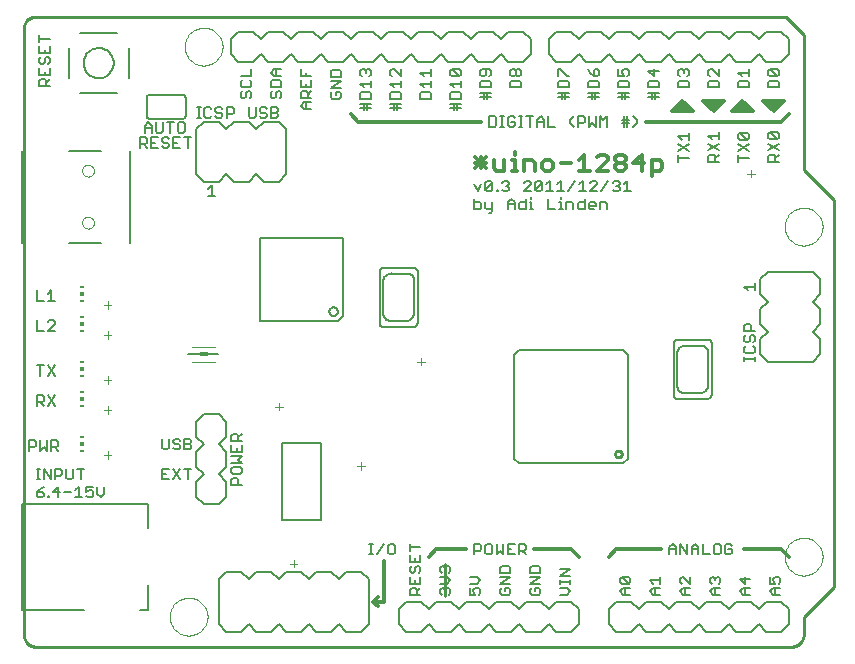
<source format=gto>
G75*
G70*
%OFA0B0*%
%FSLAX24Y24*%
%IPPOS*%
%LPD*%
%AMOC8*
5,1,8,0,0,1.08239X$1,22.5*
%
%ADD10C,0.0050*%
%ADD11C,0.0000*%
%ADD12C,0.0100*%
%ADD13C,0.0120*%
%ADD14C,0.0030*%
%ADD15C,0.0080*%
%ADD16C,0.0060*%
%ADD17R,0.0276X0.0118*%
%ADD18C,0.0028*%
%ADD19R,0.0118X0.0059*%
%ADD20R,0.0118X0.0118*%
D10*
X002937Y005813D02*
X003054Y005813D01*
X003112Y005872D01*
X003112Y005930D01*
X003054Y005988D01*
X002879Y005988D01*
X002879Y005872D01*
X002937Y005813D01*
X002879Y005988D02*
X002996Y006105D01*
X003112Y006164D01*
X003124Y006413D02*
X003124Y006764D01*
X003358Y006413D01*
X003358Y006764D01*
X003493Y006764D02*
X003668Y006764D01*
X003726Y006705D01*
X003726Y006588D01*
X003668Y006530D01*
X003493Y006530D01*
X003493Y006413D02*
X003493Y006764D01*
X003861Y006764D02*
X003861Y006472D01*
X003919Y006413D01*
X004036Y006413D01*
X004095Y006472D01*
X004095Y006764D01*
X004229Y006764D02*
X004463Y006764D01*
X004346Y006764D02*
X004346Y006413D01*
X004285Y006164D02*
X004285Y005813D01*
X004401Y005813D02*
X004168Y005813D01*
X004033Y005988D02*
X003800Y005988D01*
X003665Y005988D02*
X003431Y005988D01*
X003606Y006164D01*
X003606Y005813D01*
X003306Y005813D02*
X003247Y005813D01*
X003247Y005872D01*
X003306Y005872D01*
X003306Y005813D01*
X002996Y006413D02*
X002879Y006413D01*
X002937Y006413D02*
X002937Y006764D01*
X002879Y006764D02*
X002996Y006764D01*
X002997Y007363D02*
X003114Y007480D01*
X003231Y007363D01*
X003231Y007714D01*
X003366Y007714D02*
X003541Y007714D01*
X003599Y007655D01*
X003599Y007538D01*
X003541Y007480D01*
X003366Y007480D01*
X003482Y007480D02*
X003599Y007363D01*
X003366Y007363D02*
X003366Y007714D01*
X002997Y007714D02*
X002997Y007363D01*
X002862Y007538D02*
X002804Y007480D01*
X002629Y007480D01*
X002629Y007363D02*
X002629Y007714D01*
X002804Y007714D01*
X002862Y007655D01*
X002862Y007538D01*
X002879Y008863D02*
X002879Y009214D01*
X003054Y009214D01*
X003112Y009155D01*
X003112Y009038D01*
X003054Y008980D01*
X002879Y008980D01*
X002996Y008980D02*
X003112Y008863D01*
X003247Y008863D02*
X003481Y009214D01*
X003247Y009214D02*
X003481Y008863D01*
X003481Y009863D02*
X003247Y010214D01*
X003112Y010214D02*
X002879Y010214D01*
X002996Y010214D02*
X002996Y009863D01*
X003247Y009863D02*
X003481Y010214D01*
X003481Y011363D02*
X003247Y011363D01*
X003481Y011597D01*
X003481Y011655D01*
X003422Y011714D01*
X003306Y011714D01*
X003247Y011655D01*
X003112Y011363D02*
X002879Y011363D01*
X002879Y011714D01*
X002879Y012363D02*
X003112Y012363D01*
X003247Y012363D02*
X003481Y012363D01*
X003364Y012363D02*
X003364Y012714D01*
X003247Y012597D01*
X002879Y012714D02*
X002879Y012363D01*
X002388Y014301D02*
X002388Y017372D01*
X003963Y017372D02*
X005026Y017372D01*
X006010Y017372D02*
X006010Y014301D01*
X006010Y014577D02*
X006010Y015010D01*
X005026Y014301D02*
X003963Y014301D01*
X006010Y016663D02*
X006010Y017096D01*
X006329Y017463D02*
X006329Y017814D01*
X006504Y017814D01*
X006562Y017755D01*
X006562Y017638D01*
X006504Y017580D01*
X006329Y017580D01*
X006446Y017580D02*
X006562Y017463D01*
X006697Y017463D02*
X006931Y017463D01*
X007066Y017522D02*
X007124Y017463D01*
X007241Y017463D01*
X007299Y017522D01*
X007299Y017580D01*
X007241Y017638D01*
X007124Y017638D01*
X007066Y017697D01*
X007066Y017755D01*
X007124Y017814D01*
X007241Y017814D01*
X007299Y017755D01*
X007434Y017814D02*
X007434Y017463D01*
X007667Y017463D01*
X007551Y017638D02*
X007434Y017638D01*
X007434Y017814D02*
X007667Y017814D01*
X007802Y017814D02*
X008036Y017814D01*
X007919Y017814D02*
X007919Y017463D01*
X007759Y017963D02*
X007642Y017963D01*
X007584Y018022D01*
X007584Y018255D01*
X007642Y018314D01*
X007759Y018314D01*
X007817Y018255D01*
X007817Y018022D01*
X007759Y017963D01*
X007449Y018314D02*
X007216Y018314D01*
X007332Y018314D02*
X007332Y017963D01*
X007081Y018022D02*
X007081Y018314D01*
X006847Y018314D02*
X006847Y018022D01*
X006906Y017963D01*
X007022Y017963D01*
X007081Y018022D01*
X006931Y017814D02*
X006697Y017814D01*
X006697Y017463D01*
X006697Y017638D02*
X006814Y017638D01*
X006712Y017963D02*
X006712Y018197D01*
X006596Y018314D01*
X006479Y018197D01*
X006479Y017963D01*
X006479Y018138D02*
X006712Y018138D01*
X008229Y018463D02*
X008346Y018463D01*
X008287Y018463D02*
X008287Y018814D01*
X008229Y018814D02*
X008346Y018814D01*
X008474Y018755D02*
X008533Y018814D01*
X008650Y018814D01*
X008708Y018755D01*
X008843Y018755D02*
X008843Y018697D01*
X008901Y018638D01*
X009018Y018638D01*
X009076Y018580D01*
X009076Y018522D01*
X009018Y018463D01*
X008901Y018463D01*
X008843Y018522D01*
X008708Y018522D02*
X008650Y018463D01*
X008533Y018463D01*
X008474Y018522D01*
X008474Y018755D01*
X008843Y018755D02*
X008901Y018814D01*
X009018Y018814D01*
X009076Y018755D01*
X009211Y018814D02*
X009211Y018463D01*
X009211Y018580D02*
X009386Y018580D01*
X009445Y018638D01*
X009445Y018755D01*
X009386Y018814D01*
X009211Y018814D01*
X009686Y019170D02*
X009744Y019112D01*
X009802Y019112D01*
X009861Y019170D01*
X009861Y019287D01*
X009919Y019345D01*
X009978Y019345D01*
X010036Y019287D01*
X010036Y019170D01*
X009978Y019112D01*
X009686Y019170D02*
X009686Y019287D01*
X009744Y019345D01*
X009744Y019480D02*
X009978Y019480D01*
X010036Y019538D01*
X010036Y019655D01*
X009978Y019714D01*
X010036Y019848D02*
X010036Y020082D01*
X010036Y019848D02*
X009686Y019848D01*
X009744Y019714D02*
X009686Y019655D01*
X009686Y019538D01*
X009744Y019480D01*
X009948Y018814D02*
X009948Y018522D01*
X010006Y018463D01*
X010123Y018463D01*
X010181Y018522D01*
X010181Y018814D01*
X010316Y018755D02*
X010374Y018814D01*
X010491Y018814D01*
X010549Y018755D01*
X010491Y018638D02*
X010549Y018580D01*
X010549Y018522D01*
X010491Y018463D01*
X010374Y018463D01*
X010316Y018522D01*
X010374Y018638D02*
X010491Y018638D01*
X010374Y018638D02*
X010316Y018697D01*
X010316Y018755D01*
X010684Y018814D02*
X010684Y018463D01*
X010859Y018463D01*
X010918Y018522D01*
X010918Y018580D01*
X010859Y018638D01*
X010684Y018638D01*
X010859Y018638D02*
X010918Y018697D01*
X010918Y018755D01*
X010859Y018814D01*
X010684Y018814D01*
X010744Y019112D02*
X010686Y019170D01*
X010686Y019287D01*
X010744Y019345D01*
X010861Y019287D02*
X010919Y019345D01*
X010978Y019345D01*
X011036Y019287D01*
X011036Y019170D01*
X010978Y019112D01*
X010861Y019170D02*
X010861Y019287D01*
X010861Y019170D02*
X010802Y019112D01*
X010744Y019112D01*
X010686Y019480D02*
X010686Y019655D01*
X010744Y019714D01*
X010978Y019714D01*
X011036Y019655D01*
X011036Y019480D01*
X010686Y019480D01*
X010802Y019848D02*
X010686Y019965D01*
X010802Y020082D01*
X011036Y020082D01*
X010861Y020082D02*
X010861Y019848D01*
X010802Y019848D02*
X011036Y019848D01*
X011686Y019848D02*
X011686Y020082D01*
X011861Y019965D02*
X011861Y019848D01*
X012036Y019848D02*
X011686Y019848D01*
X011686Y019714D02*
X011686Y019480D01*
X012036Y019480D01*
X012036Y019714D01*
X011861Y019597D02*
X011861Y019480D01*
X011861Y019345D02*
X011919Y019287D01*
X011919Y019112D01*
X011919Y019229D02*
X012036Y019345D01*
X011861Y019345D02*
X011744Y019345D01*
X011686Y019287D01*
X011686Y019112D01*
X012036Y019112D01*
X012036Y018977D02*
X011802Y018977D01*
X011686Y018860D01*
X011802Y018744D01*
X012036Y018744D01*
X011861Y018744D02*
X011861Y018977D01*
X012681Y019160D02*
X012740Y019102D01*
X012973Y019102D01*
X013032Y019160D01*
X013032Y019277D01*
X012973Y019335D01*
X012856Y019335D01*
X012856Y019219D01*
X012740Y019335D02*
X012681Y019277D01*
X012681Y019160D01*
X012681Y019470D02*
X013032Y019704D01*
X012681Y019704D01*
X012681Y019838D02*
X012681Y020014D01*
X012740Y020072D01*
X012973Y020072D01*
X013032Y020014D01*
X013032Y019838D01*
X012681Y019838D01*
X012681Y019470D02*
X013032Y019470D01*
X013674Y019592D02*
X014024Y019592D01*
X014024Y019708D02*
X014024Y019475D01*
X013966Y019340D02*
X013732Y019340D01*
X013674Y019282D01*
X013674Y019107D01*
X014024Y019107D01*
X014024Y019282D01*
X013966Y019340D01*
X013791Y019475D02*
X013674Y019592D01*
X013732Y019843D02*
X013674Y019902D01*
X013674Y020018D01*
X013732Y020077D01*
X013791Y020077D01*
X013849Y020018D01*
X013907Y020077D01*
X013966Y020077D01*
X014024Y020018D01*
X014024Y019902D01*
X013966Y019843D01*
X013849Y019960D02*
X013849Y020018D01*
X014674Y020018D02*
X014674Y019902D01*
X014732Y019843D01*
X014674Y020018D02*
X014732Y020077D01*
X014791Y020077D01*
X015024Y019843D01*
X015024Y020077D01*
X015024Y019708D02*
X015024Y019475D01*
X015024Y019592D02*
X014674Y019592D01*
X014791Y019475D01*
X014732Y019340D02*
X014674Y019282D01*
X014674Y019107D01*
X015024Y019107D01*
X015024Y019282D01*
X014966Y019340D01*
X014732Y019340D01*
X014791Y018972D02*
X014791Y018913D01*
X014791Y018738D01*
X014907Y018738D02*
X014907Y018972D01*
X015024Y018913D02*
X014674Y018913D01*
X014674Y018797D02*
X015024Y018797D01*
X015674Y019107D02*
X015674Y019282D01*
X015732Y019340D01*
X015966Y019340D01*
X016024Y019282D01*
X016024Y019107D01*
X015674Y019107D01*
X015791Y019475D02*
X015674Y019592D01*
X016024Y019592D01*
X016024Y019708D02*
X016024Y019475D01*
X016024Y019843D02*
X016024Y020077D01*
X016024Y019960D02*
X015674Y019960D01*
X015791Y019843D01*
X016674Y019902D02*
X016674Y020018D01*
X016732Y020077D01*
X016966Y019843D01*
X017024Y019902D01*
X017024Y020018D01*
X016966Y020077D01*
X016732Y020077D01*
X016674Y019902D02*
X016732Y019843D01*
X016966Y019843D01*
X017024Y019708D02*
X017024Y019475D01*
X017024Y019592D02*
X016674Y019592D01*
X016791Y019475D01*
X016732Y019340D02*
X016674Y019282D01*
X016674Y019107D01*
X017024Y019107D01*
X017024Y019282D01*
X016966Y019340D01*
X016732Y019340D01*
X016791Y018972D02*
X016791Y018913D01*
X016791Y018738D01*
X016907Y018738D02*
X016907Y018972D01*
X017024Y018913D02*
X016674Y018913D01*
X016674Y018797D02*
X017024Y018797D01*
X017674Y019165D02*
X018024Y019165D01*
X018024Y019282D02*
X017674Y019282D01*
X017791Y019282D02*
X017791Y019107D01*
X017907Y019107D02*
X017907Y019340D01*
X017791Y019340D02*
X017791Y019282D01*
X017674Y019475D02*
X018024Y019475D01*
X018024Y019650D01*
X017966Y019708D01*
X017732Y019708D01*
X017674Y019650D01*
X017674Y019475D01*
X017732Y019843D02*
X017791Y019843D01*
X017849Y019902D01*
X017849Y020077D01*
X017966Y020077D02*
X017732Y020077D01*
X017674Y020018D01*
X017674Y019902D01*
X017732Y019843D01*
X017966Y019843D02*
X018024Y019902D01*
X018024Y020018D01*
X017966Y020077D01*
X018674Y020018D02*
X018674Y019902D01*
X018732Y019843D01*
X018791Y019843D01*
X018849Y019902D01*
X018849Y020018D01*
X018907Y020077D01*
X018966Y020077D01*
X019024Y020018D01*
X019024Y019902D01*
X018966Y019843D01*
X018907Y019843D01*
X018849Y019902D01*
X018849Y020018D02*
X018791Y020077D01*
X018732Y020077D01*
X018674Y020018D01*
X018732Y019708D02*
X018674Y019650D01*
X018674Y019475D01*
X019024Y019475D01*
X019024Y019650D01*
X018966Y019708D01*
X018732Y019708D01*
X018763Y018512D02*
X018646Y018512D01*
X018588Y018453D01*
X018588Y018220D01*
X018646Y018162D01*
X018763Y018162D01*
X018821Y018220D01*
X018821Y018337D01*
X018705Y018337D01*
X018821Y018453D02*
X018763Y018512D01*
X018956Y018512D02*
X019073Y018512D01*
X019015Y018512D02*
X019015Y018162D01*
X019073Y018162D02*
X018956Y018162D01*
X019202Y018512D02*
X019435Y018512D01*
X019319Y018512D02*
X019319Y018162D01*
X019570Y018162D02*
X019570Y018395D01*
X019687Y018512D01*
X019804Y018395D01*
X019804Y018162D01*
X019938Y018162D02*
X019938Y018512D01*
X019804Y018337D02*
X019570Y018337D01*
X019938Y018162D02*
X020172Y018162D01*
X020675Y018278D02*
X020675Y018395D01*
X020792Y018512D01*
X020921Y018512D02*
X020921Y018162D01*
X020921Y018278D02*
X021096Y018278D01*
X021154Y018337D01*
X021154Y018453D01*
X021096Y018512D01*
X020921Y018512D01*
X020675Y018278D02*
X020792Y018162D01*
X021289Y018162D02*
X021406Y018278D01*
X021522Y018162D01*
X021522Y018512D01*
X021657Y018512D02*
X021774Y018395D01*
X021891Y018512D01*
X021891Y018162D01*
X021657Y018162D02*
X021657Y018512D01*
X021289Y018512D02*
X021289Y018162D01*
X021391Y019107D02*
X021391Y019282D01*
X021391Y019340D01*
X021507Y019340D02*
X021507Y019107D01*
X021624Y019165D02*
X021274Y019165D01*
X021274Y019282D02*
X021624Y019282D01*
X021624Y019475D02*
X021624Y019650D01*
X021566Y019708D01*
X021332Y019708D01*
X021274Y019650D01*
X021274Y019475D01*
X021624Y019475D01*
X021566Y019843D02*
X021624Y019902D01*
X021624Y020018D01*
X021566Y020077D01*
X021507Y020077D01*
X021449Y020018D01*
X021449Y019843D01*
X021566Y019843D01*
X021449Y019843D02*
X021332Y019960D01*
X021274Y020077D01*
X020624Y019843D02*
X020566Y019843D01*
X020332Y020077D01*
X020274Y020077D01*
X020274Y019843D01*
X020332Y019708D02*
X020274Y019650D01*
X020274Y019475D01*
X020624Y019475D01*
X020624Y019650D01*
X020566Y019708D01*
X020332Y019708D01*
X020391Y019340D02*
X020391Y019282D01*
X020391Y019107D01*
X020507Y019107D02*
X020507Y019340D01*
X020624Y019282D02*
X020274Y019282D01*
X020274Y019165D02*
X020624Y019165D01*
X022274Y019165D02*
X022624Y019165D01*
X022624Y019282D02*
X022274Y019282D01*
X022391Y019282D02*
X022391Y019107D01*
X022507Y019107D02*
X022507Y019340D01*
X022391Y019340D02*
X022391Y019282D01*
X022274Y019475D02*
X022624Y019475D01*
X022624Y019650D01*
X022566Y019708D01*
X022332Y019708D01*
X022274Y019650D01*
X022274Y019475D01*
X022274Y019843D02*
X022449Y019843D01*
X022391Y019960D01*
X022391Y020018D01*
X022449Y020077D01*
X022566Y020077D01*
X022624Y020018D01*
X022624Y019902D01*
X022566Y019843D01*
X022274Y019843D02*
X022274Y020077D01*
X023274Y020018D02*
X023449Y019843D01*
X023449Y020077D01*
X023624Y020018D02*
X023274Y020018D01*
X023332Y019708D02*
X023274Y019650D01*
X023274Y019475D01*
X023624Y019475D01*
X023624Y019650D01*
X023566Y019708D01*
X023332Y019708D01*
X023391Y019340D02*
X023391Y019282D01*
X023391Y019107D01*
X023507Y019107D02*
X023507Y019340D01*
X023624Y019282D02*
X023274Y019282D01*
X023274Y019165D02*
X023624Y019165D01*
X024274Y019475D02*
X024274Y019650D01*
X024332Y019708D01*
X024566Y019708D01*
X024624Y019650D01*
X024624Y019475D01*
X024274Y019475D01*
X024332Y019843D02*
X024274Y019902D01*
X024274Y020018D01*
X024332Y020077D01*
X024391Y020077D01*
X024449Y020018D01*
X024507Y020077D01*
X024566Y020077D01*
X024624Y020018D01*
X024624Y019902D01*
X024566Y019843D01*
X024449Y019960D02*
X024449Y020018D01*
X025274Y020018D02*
X025274Y019902D01*
X025332Y019843D01*
X025332Y019708D02*
X025274Y019650D01*
X025274Y019475D01*
X025624Y019475D01*
X025624Y019650D01*
X025566Y019708D01*
X025332Y019708D01*
X025624Y019843D02*
X025391Y020077D01*
X025332Y020077D01*
X025274Y020018D01*
X025624Y020077D02*
X025624Y019843D01*
X026274Y019960D02*
X026624Y019960D01*
X026624Y019843D02*
X026624Y020077D01*
X026391Y019843D02*
X026274Y019960D01*
X026332Y019708D02*
X026274Y019650D01*
X026274Y019475D01*
X026624Y019475D01*
X026624Y019650D01*
X026566Y019708D01*
X026332Y019708D01*
X027274Y019650D02*
X027274Y019475D01*
X027624Y019475D01*
X027624Y019650D01*
X027566Y019708D01*
X027332Y019708D01*
X027274Y019650D01*
X027332Y019843D02*
X027274Y019902D01*
X027274Y020018D01*
X027332Y020077D01*
X027566Y019843D01*
X027624Y019902D01*
X027624Y020018D01*
X027566Y020077D01*
X027332Y020077D01*
X027332Y019843D02*
X027566Y019843D01*
X027566Y017977D02*
X027624Y017918D01*
X027624Y017802D01*
X027566Y017743D01*
X027332Y017977D01*
X027566Y017977D01*
X027332Y017977D02*
X027274Y017918D01*
X027274Y017802D01*
X027332Y017743D01*
X027566Y017743D01*
X027624Y017608D02*
X027274Y017375D01*
X027332Y017240D02*
X027449Y017240D01*
X027507Y017182D01*
X027507Y017007D01*
X027507Y017123D02*
X027624Y017240D01*
X027624Y017375D02*
X027274Y017608D01*
X027332Y017240D02*
X027274Y017182D01*
X027274Y017007D01*
X027624Y017007D01*
X026626Y017119D02*
X026276Y017119D01*
X026276Y017235D02*
X026276Y017002D01*
X026276Y017370D02*
X026626Y017604D01*
X026568Y017738D02*
X026334Y017738D01*
X026276Y017797D01*
X026276Y017914D01*
X026334Y017972D01*
X026568Y017738D01*
X026626Y017797D01*
X026626Y017914D01*
X026568Y017972D01*
X026334Y017972D01*
X026276Y017604D02*
X026626Y017370D01*
X025624Y017375D02*
X025274Y017608D01*
X025391Y017743D02*
X025274Y017860D01*
X025624Y017860D01*
X025624Y017743D02*
X025624Y017977D01*
X025624Y017608D02*
X025274Y017375D01*
X025332Y017240D02*
X025449Y017240D01*
X025507Y017182D01*
X025507Y017007D01*
X025507Y017123D02*
X025624Y017240D01*
X025624Y017007D02*
X025274Y017007D01*
X025274Y017182D01*
X025332Y017240D01*
X024626Y017119D02*
X024276Y017119D01*
X024276Y017235D02*
X024276Y017002D01*
X024276Y017370D02*
X024626Y017604D01*
X024626Y017738D02*
X024626Y017972D01*
X024626Y017855D02*
X024276Y017855D01*
X024392Y017738D01*
X024276Y017604D02*
X024626Y017370D01*
X022879Y018278D02*
X022879Y018395D01*
X022762Y018512D01*
X022627Y018395D02*
X022569Y018395D01*
X022394Y018395D01*
X022394Y018278D02*
X022627Y018278D01*
X022569Y018162D02*
X022569Y018512D01*
X022452Y018512D02*
X022452Y018162D01*
X022762Y018162D02*
X022879Y018278D01*
X022563Y016362D02*
X022563Y016012D01*
X022446Y016012D02*
X022680Y016012D01*
X022446Y016245D02*
X022563Y016362D01*
X022311Y016303D02*
X022311Y016245D01*
X022253Y016187D01*
X022311Y016128D01*
X022311Y016070D01*
X022253Y016012D01*
X022136Y016012D01*
X022078Y016070D01*
X022195Y016187D02*
X022253Y016187D01*
X022311Y016303D02*
X022253Y016362D01*
X022136Y016362D01*
X022078Y016303D01*
X021943Y016362D02*
X021710Y016012D01*
X021575Y016012D02*
X021341Y016012D01*
X021575Y016245D01*
X021575Y016303D01*
X021516Y016362D01*
X021400Y016362D01*
X021341Y016303D01*
X021090Y016362D02*
X020973Y016245D01*
X021090Y016362D02*
X021090Y016012D01*
X020973Y016012D02*
X021207Y016012D01*
X021145Y015762D02*
X021145Y015412D01*
X020970Y015412D01*
X020912Y015470D01*
X020912Y015587D01*
X020970Y015645D01*
X021145Y015645D01*
X021280Y015587D02*
X021338Y015645D01*
X021455Y015645D01*
X021513Y015587D01*
X021513Y015528D01*
X021280Y015528D01*
X021280Y015470D02*
X021280Y015587D01*
X021280Y015470D02*
X021338Y015412D01*
X021455Y015412D01*
X021648Y015412D02*
X021648Y015645D01*
X021823Y015645D01*
X021882Y015587D01*
X021882Y015412D01*
X020777Y015412D02*
X020777Y015587D01*
X020718Y015645D01*
X020543Y015645D01*
X020543Y015412D01*
X020415Y015412D02*
X020298Y015412D01*
X020356Y015412D02*
X020356Y015645D01*
X020298Y015645D01*
X020356Y015762D02*
X020356Y015820D01*
X020353Y016012D02*
X020353Y016362D01*
X020236Y016245D01*
X020236Y016012D02*
X020470Y016012D01*
X020605Y016012D02*
X020838Y016362D01*
X020102Y016012D02*
X019868Y016012D01*
X019985Y016012D02*
X019985Y016362D01*
X019868Y016245D01*
X019733Y016303D02*
X019733Y016070D01*
X019675Y016012D01*
X019558Y016012D01*
X019500Y016070D01*
X019733Y016303D01*
X019675Y016362D01*
X019558Y016362D01*
X019500Y016303D01*
X019500Y016070D01*
X019365Y016012D02*
X019131Y016012D01*
X019365Y016245D01*
X019365Y016303D01*
X019307Y016362D01*
X019190Y016362D01*
X019131Y016303D01*
X018628Y016303D02*
X018628Y016245D01*
X018570Y016187D01*
X018628Y016128D01*
X018628Y016070D01*
X018570Y016012D01*
X018453Y016012D01*
X018395Y016070D01*
X018269Y016070D02*
X018269Y016012D01*
X018211Y016012D01*
X018211Y016070D01*
X018269Y016070D01*
X018076Y016070D02*
X018018Y016012D01*
X017901Y016012D01*
X017842Y016070D01*
X018076Y016303D01*
X018076Y016070D01*
X018076Y016303D02*
X018018Y016362D01*
X017901Y016362D01*
X017842Y016303D01*
X017842Y016070D01*
X017708Y016245D02*
X017591Y016012D01*
X017474Y016245D01*
X017474Y015762D02*
X017474Y015412D01*
X017649Y015412D01*
X017708Y015470D01*
X017708Y015587D01*
X017649Y015645D01*
X017474Y015645D01*
X017842Y015645D02*
X017842Y015470D01*
X017901Y015412D01*
X018076Y015412D01*
X018076Y015353D02*
X018018Y015295D01*
X017959Y015295D01*
X018076Y015353D02*
X018076Y015645D01*
X018579Y015645D02*
X018579Y015412D01*
X018579Y015587D02*
X018813Y015587D01*
X018813Y015645D02*
X018813Y015412D01*
X018947Y015470D02*
X018947Y015587D01*
X019006Y015645D01*
X019181Y015645D01*
X019181Y015762D02*
X019181Y015412D01*
X019006Y015412D01*
X018947Y015470D01*
X018813Y015645D02*
X018696Y015762D01*
X018579Y015645D01*
X018570Y016187D02*
X018512Y016187D01*
X018628Y016303D02*
X018570Y016362D01*
X018453Y016362D01*
X018395Y016303D01*
X019374Y015820D02*
X019374Y015762D01*
X019374Y015645D02*
X019374Y015412D01*
X019316Y015412D02*
X019432Y015412D01*
X019374Y015645D02*
X019316Y015645D01*
X019929Y015762D02*
X019929Y015412D01*
X020163Y015412D01*
X018459Y018162D02*
X018342Y018162D01*
X018401Y018162D02*
X018401Y018512D01*
X018459Y018512D02*
X018342Y018512D01*
X018208Y018453D02*
X018149Y018512D01*
X017974Y018512D01*
X017974Y018162D01*
X018149Y018162D01*
X018208Y018220D01*
X018208Y018453D01*
X014024Y018797D02*
X013674Y018797D01*
X013674Y018913D02*
X014024Y018913D01*
X013907Y018972D02*
X013907Y018738D01*
X013791Y018738D02*
X013791Y018913D01*
X013791Y018972D01*
X008718Y016210D02*
X008718Y015860D01*
X008601Y015860D02*
X008835Y015860D01*
X008601Y016093D02*
X008718Y016210D01*
X014319Y013346D02*
X014319Y011590D01*
X014321Y011573D01*
X014326Y011556D01*
X014334Y011541D01*
X014345Y011528D01*
X014358Y011517D01*
X014373Y011509D01*
X014390Y011504D01*
X014407Y011502D01*
X015428Y011502D01*
X015449Y011501D01*
X015470Y011503D01*
X015490Y011508D01*
X015509Y011516D01*
X015526Y011527D01*
X015542Y011540D01*
X015555Y011556D01*
X015566Y011574D01*
X015574Y011593D01*
X015579Y011613D01*
X015579Y011614D02*
X015579Y013359D01*
X015579Y013360D02*
X015574Y013380D01*
X015566Y013399D01*
X015555Y013417D01*
X015542Y013433D01*
X015526Y013446D01*
X015509Y013457D01*
X015490Y013465D01*
X015470Y013470D01*
X015449Y013472D01*
X015428Y013471D01*
X014444Y013471D01*
X014444Y013470D02*
X014425Y013468D01*
X014406Y013464D01*
X014388Y013456D01*
X014371Y013446D01*
X014356Y013434D01*
X014344Y013419D01*
X014334Y013402D01*
X014326Y013384D01*
X014322Y013365D01*
X014320Y013346D01*
X014437Y013038D02*
X014437Y011935D01*
X014438Y011935D02*
X014440Y011907D01*
X014445Y011879D01*
X014453Y011851D01*
X014465Y011825D01*
X014480Y011801D01*
X014497Y011779D01*
X014518Y011758D01*
X014540Y011741D01*
X014564Y011726D01*
X014590Y011714D01*
X014618Y011706D01*
X014646Y011701D01*
X014674Y011699D01*
X015225Y011699D01*
X015255Y011703D01*
X015285Y011711D01*
X015314Y011722D01*
X015342Y011737D01*
X015367Y011755D01*
X015390Y011776D01*
X015410Y011800D01*
X015427Y011826D01*
X015441Y011853D01*
X015452Y011883D01*
X015459Y011913D01*
X015462Y011944D01*
X015461Y011975D01*
X015461Y013038D01*
X015460Y013037D02*
X015461Y013066D01*
X015458Y013094D01*
X015451Y013122D01*
X015441Y013148D01*
X015427Y013173D01*
X015411Y013196D01*
X015391Y013216D01*
X015369Y013234D01*
X015345Y013249D01*
X015319Y013261D01*
X015292Y013269D01*
X015264Y013273D01*
X015264Y013274D02*
X014713Y013274D01*
X014682Y013275D01*
X014651Y013272D01*
X014621Y013265D01*
X014591Y013254D01*
X014564Y013240D01*
X014538Y013223D01*
X014514Y013203D01*
X014493Y013180D01*
X014475Y013155D01*
X014460Y013127D01*
X014449Y013099D01*
X014441Y013069D01*
X014437Y013038D01*
X008922Y010587D02*
X007937Y010587D01*
X009432Y007927D02*
X009549Y007927D01*
X009607Y007868D01*
X009607Y007693D01*
X009607Y007810D02*
X009724Y007927D01*
X009724Y007693D02*
X009374Y007693D01*
X009374Y007868D01*
X009432Y007927D01*
X009374Y007558D02*
X009374Y007325D01*
X009724Y007325D01*
X009724Y007558D01*
X009549Y007442D02*
X009549Y007325D01*
X009724Y007190D02*
X009374Y007190D01*
X009374Y006957D02*
X009724Y006957D01*
X009607Y007073D01*
X009724Y007190D01*
X009666Y006822D02*
X009432Y006822D01*
X009374Y006763D01*
X009374Y006647D01*
X009432Y006588D01*
X009666Y006588D01*
X009724Y006647D01*
X009724Y006763D01*
X009666Y006822D01*
X009549Y006454D02*
X009432Y006454D01*
X009374Y006395D01*
X009374Y006220D01*
X009724Y006220D01*
X009607Y006220D02*
X009607Y006395D01*
X009549Y006454D01*
X008039Y006762D02*
X007806Y006762D01*
X007923Y006762D02*
X007923Y006412D01*
X007671Y006412D02*
X007438Y006762D01*
X007303Y006762D02*
X007069Y006762D01*
X007069Y006412D01*
X007303Y006412D01*
X007438Y006412D02*
X007671Y006762D01*
X007186Y006587D02*
X007069Y006587D01*
X007128Y007412D02*
X007244Y007412D01*
X007303Y007470D01*
X007303Y007762D01*
X007438Y007703D02*
X007438Y007645D01*
X007496Y007587D01*
X007613Y007587D01*
X007671Y007528D01*
X007671Y007470D01*
X007613Y007412D01*
X007496Y007412D01*
X007438Y007470D01*
X007438Y007703D02*
X007496Y007762D01*
X007613Y007762D01*
X007671Y007703D01*
X007806Y007762D02*
X007981Y007762D01*
X008039Y007703D01*
X008039Y007645D01*
X007981Y007587D01*
X007806Y007587D01*
X007806Y007412D02*
X007806Y007762D01*
X007981Y007587D02*
X008039Y007528D01*
X008039Y007470D01*
X007981Y007412D01*
X007806Y007412D01*
X007128Y007412D02*
X007069Y007470D01*
X007069Y007762D01*
X005138Y006164D02*
X005138Y005930D01*
X005021Y005813D01*
X004905Y005930D01*
X004905Y006164D01*
X004770Y006164D02*
X004536Y006164D01*
X004536Y005988D01*
X004653Y006047D01*
X004711Y006047D01*
X004770Y005988D01*
X004770Y005872D01*
X004711Y005813D01*
X004595Y005813D01*
X004536Y005872D01*
X004285Y006164D02*
X004168Y006047D01*
X013974Y004262D02*
X014091Y004262D01*
X014032Y004262D02*
X014032Y003912D01*
X013974Y003912D02*
X014091Y003912D01*
X014220Y003912D02*
X014453Y004262D01*
X014588Y004203D02*
X014588Y003970D01*
X014646Y003912D01*
X014763Y003912D01*
X014821Y003970D01*
X014821Y004203D01*
X014763Y004262D01*
X014646Y004262D01*
X014588Y004203D01*
X015324Y004151D02*
X015674Y004151D01*
X015674Y003900D02*
X015674Y003666D01*
X015324Y003666D01*
X015324Y003900D01*
X015324Y004035D02*
X015324Y004268D01*
X015499Y003783D02*
X015499Y003666D01*
X015557Y003532D02*
X015616Y003532D01*
X015674Y003473D01*
X015674Y003356D01*
X015616Y003298D01*
X015499Y003356D02*
X015499Y003473D01*
X015557Y003532D01*
X015382Y003532D02*
X015324Y003473D01*
X015324Y003356D01*
X015382Y003298D01*
X015441Y003298D01*
X015499Y003356D01*
X015674Y003163D02*
X015674Y002930D01*
X015324Y002930D01*
X015324Y003163D01*
X015499Y003047D02*
X015499Y002930D01*
X015499Y002795D02*
X015557Y002737D01*
X015557Y002562D01*
X015557Y002678D02*
X015674Y002795D01*
X015499Y002795D02*
X015382Y002795D01*
X015324Y002737D01*
X015324Y002562D01*
X015674Y002562D01*
X016324Y002620D02*
X016324Y002737D01*
X016382Y002795D01*
X016441Y002795D01*
X016499Y002737D01*
X016557Y002795D01*
X016616Y002795D01*
X016674Y002737D01*
X016674Y002620D01*
X016616Y002562D01*
X016499Y002678D02*
X016499Y002737D01*
X016557Y002930D02*
X016324Y002930D01*
X016324Y003163D02*
X016557Y003163D01*
X016674Y003047D01*
X016557Y002930D01*
X016324Y002620D02*
X016382Y002562D01*
X016382Y003298D02*
X016324Y003356D01*
X016324Y003473D01*
X016382Y003532D01*
X016441Y003532D01*
X016499Y003473D01*
X016557Y003532D01*
X016616Y003532D01*
X016674Y003473D01*
X016674Y003356D01*
X016616Y003298D01*
X016499Y003415D02*
X016499Y003473D01*
X017324Y003163D02*
X017557Y003163D01*
X017674Y003047D01*
X017557Y002930D01*
X017324Y002930D01*
X017324Y002795D02*
X017324Y002562D01*
X017499Y002562D01*
X017441Y002678D01*
X017441Y002737D01*
X017499Y002795D01*
X017616Y002795D01*
X017674Y002737D01*
X017674Y002620D01*
X017616Y002562D01*
X018324Y002620D02*
X018382Y002562D01*
X018616Y002562D01*
X018674Y002620D01*
X018674Y002737D01*
X018616Y002795D01*
X018499Y002795D01*
X018499Y002678D01*
X018382Y002795D02*
X018324Y002737D01*
X018324Y002620D01*
X018324Y002930D02*
X018674Y003163D01*
X018324Y003163D01*
X018324Y003298D02*
X018324Y003473D01*
X018382Y003532D01*
X018616Y003532D01*
X018674Y003473D01*
X018674Y003298D01*
X018324Y003298D01*
X018324Y002930D02*
X018674Y002930D01*
X019324Y002930D02*
X019674Y003163D01*
X019324Y003163D01*
X019324Y003298D02*
X019324Y003473D01*
X019382Y003532D01*
X019616Y003532D01*
X019674Y003473D01*
X019674Y003298D01*
X019324Y003298D01*
X019324Y002930D02*
X019674Y002930D01*
X019616Y002795D02*
X019499Y002795D01*
X019499Y002678D01*
X019382Y002562D02*
X019616Y002562D01*
X019674Y002620D01*
X019674Y002737D01*
X019616Y002795D01*
X019382Y002795D02*
X019324Y002737D01*
X019324Y002620D01*
X019382Y002562D01*
X020324Y002562D02*
X020557Y002562D01*
X020674Y002678D01*
X020557Y002795D01*
X020324Y002795D01*
X020324Y002930D02*
X020324Y003047D01*
X020324Y002988D02*
X020674Y002988D01*
X020674Y002930D02*
X020674Y003047D01*
X020674Y003175D02*
X020324Y003175D01*
X020674Y003409D01*
X020324Y003409D01*
X019181Y003912D02*
X019064Y004028D01*
X019122Y004028D02*
X018947Y004028D01*
X018947Y003912D02*
X018947Y004262D01*
X019122Y004262D01*
X019181Y004203D01*
X019181Y004087D01*
X019122Y004028D01*
X018813Y003912D02*
X018579Y003912D01*
X018579Y004262D01*
X018813Y004262D01*
X018696Y004087D02*
X018579Y004087D01*
X018444Y003912D02*
X018444Y004262D01*
X018211Y004262D02*
X018211Y003912D01*
X018327Y004028D01*
X018444Y003912D01*
X018076Y003970D02*
X018076Y004203D01*
X018018Y004262D01*
X017901Y004262D01*
X017842Y004203D01*
X017842Y003970D01*
X017901Y003912D01*
X018018Y003912D01*
X018076Y003970D01*
X017708Y004087D02*
X017708Y004203D01*
X017649Y004262D01*
X017474Y004262D01*
X017474Y003912D01*
X017474Y004028D02*
X017649Y004028D01*
X017708Y004087D01*
X022324Y003105D02*
X022382Y003163D01*
X022616Y002930D01*
X022674Y002988D01*
X022674Y003105D01*
X022616Y003163D01*
X022382Y003163D01*
X022324Y003105D02*
X022324Y002988D01*
X022382Y002930D01*
X022616Y002930D01*
X022674Y002795D02*
X022441Y002795D01*
X022324Y002678D01*
X022441Y002562D01*
X022674Y002562D01*
X022499Y002562D02*
X022499Y002795D01*
X023324Y002678D02*
X023441Y002795D01*
X023674Y002795D01*
X023674Y002930D02*
X023674Y003163D01*
X023674Y003047D02*
X023324Y003047D01*
X023441Y002930D01*
X023499Y002795D02*
X023499Y002562D01*
X023441Y002562D02*
X023324Y002678D01*
X023441Y002562D02*
X023674Y002562D01*
X024324Y002678D02*
X024441Y002795D01*
X024674Y002795D01*
X024674Y002930D02*
X024441Y003163D01*
X024382Y003163D01*
X024324Y003105D01*
X024324Y002988D01*
X024382Y002930D01*
X024499Y002795D02*
X024499Y002562D01*
X024441Y002562D02*
X024324Y002678D01*
X024441Y002562D02*
X024674Y002562D01*
X024674Y002930D02*
X024674Y003163D01*
X025324Y003105D02*
X025382Y003163D01*
X025441Y003163D01*
X025499Y003105D01*
X025557Y003163D01*
X025616Y003163D01*
X025674Y003105D01*
X025674Y002988D01*
X025616Y002930D01*
X025674Y002795D02*
X025441Y002795D01*
X025324Y002678D01*
X025441Y002562D01*
X025674Y002562D01*
X025499Y002562D02*
X025499Y002795D01*
X025382Y002930D02*
X025324Y002988D01*
X025324Y003105D01*
X025499Y003105D02*
X025499Y003047D01*
X026324Y003105D02*
X026499Y002930D01*
X026499Y003163D01*
X026674Y003105D02*
X026324Y003105D01*
X026441Y002795D02*
X026674Y002795D01*
X026499Y002795D02*
X026499Y002562D01*
X026441Y002562D02*
X026324Y002678D01*
X026441Y002795D01*
X026441Y002562D02*
X026674Y002562D01*
X027324Y002678D02*
X027441Y002795D01*
X027674Y002795D01*
X027616Y002930D02*
X027674Y002988D01*
X027674Y003105D01*
X027616Y003163D01*
X027499Y003163D01*
X027441Y003105D01*
X027441Y003047D01*
X027499Y002930D01*
X027324Y002930D01*
X027324Y003163D01*
X027499Y002795D02*
X027499Y002562D01*
X027441Y002562D02*
X027324Y002678D01*
X027441Y002562D02*
X027674Y002562D01*
X026049Y003970D02*
X025991Y003912D01*
X025874Y003912D01*
X025816Y003970D01*
X025816Y004203D01*
X025874Y004262D01*
X025991Y004262D01*
X026049Y004203D01*
X026049Y004087D02*
X025932Y004087D01*
X026049Y004087D02*
X026049Y003970D01*
X025681Y003970D02*
X025681Y004203D01*
X025622Y004262D01*
X025506Y004262D01*
X025447Y004203D01*
X025447Y003970D01*
X025506Y003912D01*
X025622Y003912D01*
X025681Y003970D01*
X025313Y003912D02*
X025079Y003912D01*
X025079Y004262D01*
X024944Y004145D02*
X024944Y003912D01*
X024944Y004087D02*
X024711Y004087D01*
X024711Y004145D02*
X024711Y003912D01*
X024576Y003912D02*
X024576Y004262D01*
X024711Y004145D02*
X024827Y004262D01*
X024944Y004145D01*
X024576Y003912D02*
X024342Y004262D01*
X024342Y003912D01*
X024208Y003912D02*
X024208Y004145D01*
X024091Y004262D01*
X023974Y004145D01*
X023974Y003912D01*
X023974Y004087D02*
X024208Y004087D01*
X024270Y009102D02*
X025255Y009102D01*
X025255Y009103D02*
X025274Y009105D01*
X025293Y009109D01*
X025311Y009117D01*
X025328Y009127D01*
X025343Y009139D01*
X025355Y009154D01*
X025365Y009171D01*
X025373Y009189D01*
X025377Y009208D01*
X025379Y009227D01*
X025379Y010983D01*
X025377Y011000D01*
X025372Y011017D01*
X025364Y011032D01*
X025353Y011045D01*
X025340Y011056D01*
X025325Y011064D01*
X025308Y011069D01*
X025291Y011071D01*
X024270Y011071D01*
X024249Y011072D01*
X024228Y011070D01*
X024208Y011065D01*
X024189Y011057D01*
X024172Y011046D01*
X024156Y011033D01*
X024143Y011017D01*
X024132Y010999D01*
X024124Y010980D01*
X024119Y010960D01*
X024119Y010959D02*
X024119Y009214D01*
X024119Y009213D02*
X024124Y009193D01*
X024132Y009174D01*
X024143Y009156D01*
X024156Y009140D01*
X024172Y009127D01*
X024189Y009116D01*
X024208Y009108D01*
X024228Y009103D01*
X024249Y009101D01*
X024270Y009102D01*
X024434Y009299D02*
X024985Y009299D01*
X025016Y009298D01*
X025047Y009301D01*
X025077Y009308D01*
X025107Y009319D01*
X025134Y009333D01*
X025160Y009350D01*
X025184Y009370D01*
X025205Y009393D01*
X025223Y009418D01*
X025238Y009446D01*
X025249Y009474D01*
X025257Y009504D01*
X025261Y009535D01*
X025261Y010638D01*
X025259Y010666D01*
X025254Y010694D01*
X025246Y010722D01*
X025234Y010748D01*
X025219Y010772D01*
X025202Y010794D01*
X025181Y010815D01*
X025159Y010832D01*
X025135Y010847D01*
X025109Y010859D01*
X025081Y010867D01*
X025053Y010872D01*
X025025Y010874D01*
X024474Y010874D01*
X024473Y010874D02*
X024443Y010870D01*
X024413Y010862D01*
X024384Y010851D01*
X024356Y010836D01*
X024331Y010818D01*
X024308Y010797D01*
X024288Y010773D01*
X024271Y010747D01*
X024257Y010720D01*
X024246Y010690D01*
X024239Y010660D01*
X024236Y010629D01*
X024237Y010598D01*
X024237Y009535D01*
X024238Y009536D02*
X024237Y009507D01*
X024240Y009479D01*
X024247Y009451D01*
X024257Y009425D01*
X024271Y009400D01*
X024287Y009377D01*
X024307Y009357D01*
X024329Y009339D01*
X024353Y009324D01*
X024379Y009312D01*
X024406Y009304D01*
X024434Y009300D01*
X026472Y010366D02*
X026472Y010483D01*
X026472Y010425D02*
X026822Y010425D01*
X026822Y010483D02*
X026822Y010366D01*
X026764Y010612D02*
X026531Y010612D01*
X026472Y010670D01*
X026472Y010787D01*
X026531Y010845D01*
X026531Y010980D02*
X026589Y010980D01*
X026647Y011039D01*
X026647Y011155D01*
X026706Y011214D01*
X026764Y011214D01*
X026822Y011155D01*
X026822Y011039D01*
X026764Y010980D01*
X026764Y010845D02*
X026822Y010787D01*
X026822Y010670D01*
X026764Y010612D01*
X026531Y010980D02*
X026472Y011039D01*
X026472Y011155D01*
X026531Y011214D01*
X026472Y011348D02*
X026472Y011524D01*
X026531Y011582D01*
X026647Y011582D01*
X026706Y011524D01*
X026706Y011348D01*
X026822Y011348D02*
X026472Y011348D01*
X026589Y012716D02*
X026472Y012833D01*
X026822Y012833D01*
X026822Y012716D02*
X026822Y012950D01*
X003322Y019516D02*
X002972Y019516D01*
X002972Y019691D01*
X003031Y019750D01*
X003147Y019750D01*
X003206Y019691D01*
X003206Y019516D01*
X003206Y019633D02*
X003322Y019750D01*
X003322Y019885D02*
X003322Y020118D01*
X003264Y020253D02*
X003322Y020311D01*
X003322Y020428D01*
X003264Y020486D01*
X003206Y020486D01*
X003147Y020428D01*
X003147Y020311D01*
X003089Y020253D01*
X003031Y020253D01*
X002972Y020311D01*
X002972Y020428D01*
X003031Y020486D01*
X002972Y020621D02*
X003322Y020621D01*
X003322Y020855D01*
X003147Y020738D02*
X003147Y020621D01*
X002972Y020621D02*
X002972Y020855D01*
X002972Y020990D02*
X002972Y021223D01*
X002972Y021106D02*
X003322Y021106D01*
X002972Y020118D02*
X002972Y019885D01*
X003322Y019885D01*
X003147Y019885D02*
X003147Y020001D01*
D11*
X004396Y016703D02*
X004398Y016730D01*
X004404Y016757D01*
X004413Y016783D01*
X004426Y016807D01*
X004442Y016830D01*
X004461Y016849D01*
X004483Y016866D01*
X004507Y016880D01*
X004532Y016890D01*
X004559Y016897D01*
X004586Y016900D01*
X004614Y016899D01*
X004641Y016894D01*
X004667Y016886D01*
X004691Y016874D01*
X004714Y016858D01*
X004735Y016840D01*
X004752Y016819D01*
X004767Y016795D01*
X004778Y016770D01*
X004786Y016744D01*
X004790Y016717D01*
X004790Y016689D01*
X004786Y016662D01*
X004778Y016636D01*
X004767Y016611D01*
X004752Y016587D01*
X004735Y016566D01*
X004714Y016548D01*
X004692Y016532D01*
X004667Y016520D01*
X004641Y016512D01*
X004614Y016507D01*
X004586Y016506D01*
X004559Y016509D01*
X004532Y016516D01*
X004507Y016526D01*
X004483Y016540D01*
X004461Y016557D01*
X004442Y016576D01*
X004426Y016599D01*
X004413Y016623D01*
X004404Y016649D01*
X004398Y016676D01*
X004396Y016703D01*
X004396Y014970D02*
X004398Y014997D01*
X004404Y015024D01*
X004413Y015050D01*
X004426Y015074D01*
X004442Y015097D01*
X004461Y015116D01*
X004483Y015133D01*
X004507Y015147D01*
X004532Y015157D01*
X004559Y015164D01*
X004586Y015167D01*
X004614Y015166D01*
X004641Y015161D01*
X004667Y015153D01*
X004691Y015141D01*
X004714Y015125D01*
X004735Y015107D01*
X004752Y015086D01*
X004767Y015062D01*
X004778Y015037D01*
X004786Y015011D01*
X004790Y014984D01*
X004790Y014956D01*
X004786Y014929D01*
X004778Y014903D01*
X004767Y014878D01*
X004752Y014854D01*
X004735Y014833D01*
X004714Y014815D01*
X004692Y014799D01*
X004667Y014787D01*
X004641Y014779D01*
X004614Y014774D01*
X004586Y014773D01*
X004559Y014776D01*
X004532Y014783D01*
X004507Y014793D01*
X004483Y014807D01*
X004461Y014824D01*
X004442Y014843D01*
X004426Y014866D01*
X004413Y014890D01*
X004404Y014916D01*
X004398Y014943D01*
X004396Y014970D01*
X007819Y020837D02*
X007821Y020887D01*
X007827Y020937D01*
X007837Y020986D01*
X007851Y021034D01*
X007868Y021081D01*
X007889Y021126D01*
X007914Y021170D01*
X007942Y021211D01*
X007974Y021250D01*
X008008Y021287D01*
X008045Y021321D01*
X008085Y021351D01*
X008127Y021378D01*
X008171Y021402D01*
X008217Y021423D01*
X008264Y021439D01*
X008312Y021452D01*
X008362Y021461D01*
X008411Y021466D01*
X008462Y021467D01*
X008512Y021464D01*
X008561Y021457D01*
X008610Y021446D01*
X008658Y021431D01*
X008704Y021413D01*
X008749Y021391D01*
X008792Y021365D01*
X008833Y021336D01*
X008872Y021304D01*
X008908Y021269D01*
X008940Y021231D01*
X008970Y021191D01*
X008997Y021148D01*
X009020Y021104D01*
X009039Y021058D01*
X009055Y021010D01*
X009067Y020961D01*
X009075Y020912D01*
X009079Y020862D01*
X009079Y020812D01*
X009075Y020762D01*
X009067Y020713D01*
X009055Y020664D01*
X009039Y020616D01*
X009020Y020570D01*
X008997Y020526D01*
X008970Y020483D01*
X008940Y020443D01*
X008908Y020405D01*
X008872Y020370D01*
X008833Y020338D01*
X008792Y020309D01*
X008749Y020283D01*
X008704Y020261D01*
X008658Y020243D01*
X008610Y020228D01*
X008561Y020217D01*
X008512Y020210D01*
X008462Y020207D01*
X008411Y020208D01*
X008362Y020213D01*
X008312Y020222D01*
X008264Y020235D01*
X008217Y020251D01*
X008171Y020272D01*
X008127Y020296D01*
X008085Y020323D01*
X008045Y020353D01*
X008008Y020387D01*
X007974Y020424D01*
X007942Y020463D01*
X007914Y020504D01*
X007889Y020548D01*
X007868Y020593D01*
X007851Y020640D01*
X007837Y020688D01*
X007827Y020737D01*
X007821Y020787D01*
X007819Y020837D01*
X027819Y014837D02*
X027821Y014887D01*
X027827Y014937D01*
X027837Y014986D01*
X027851Y015034D01*
X027868Y015081D01*
X027889Y015126D01*
X027914Y015170D01*
X027942Y015211D01*
X027974Y015250D01*
X028008Y015287D01*
X028045Y015321D01*
X028085Y015351D01*
X028127Y015378D01*
X028171Y015402D01*
X028217Y015423D01*
X028264Y015439D01*
X028312Y015452D01*
X028362Y015461D01*
X028411Y015466D01*
X028462Y015467D01*
X028512Y015464D01*
X028561Y015457D01*
X028610Y015446D01*
X028658Y015431D01*
X028704Y015413D01*
X028749Y015391D01*
X028792Y015365D01*
X028833Y015336D01*
X028872Y015304D01*
X028908Y015269D01*
X028940Y015231D01*
X028970Y015191D01*
X028997Y015148D01*
X029020Y015104D01*
X029039Y015058D01*
X029055Y015010D01*
X029067Y014961D01*
X029075Y014912D01*
X029079Y014862D01*
X029079Y014812D01*
X029075Y014762D01*
X029067Y014713D01*
X029055Y014664D01*
X029039Y014616D01*
X029020Y014570D01*
X028997Y014526D01*
X028970Y014483D01*
X028940Y014443D01*
X028908Y014405D01*
X028872Y014370D01*
X028833Y014338D01*
X028792Y014309D01*
X028749Y014283D01*
X028704Y014261D01*
X028658Y014243D01*
X028610Y014228D01*
X028561Y014217D01*
X028512Y014210D01*
X028462Y014207D01*
X028411Y014208D01*
X028362Y014213D01*
X028312Y014222D01*
X028264Y014235D01*
X028217Y014251D01*
X028171Y014272D01*
X028127Y014296D01*
X028085Y014323D01*
X028045Y014353D01*
X028008Y014387D01*
X027974Y014424D01*
X027942Y014463D01*
X027914Y014504D01*
X027889Y014548D01*
X027868Y014593D01*
X027851Y014640D01*
X027837Y014688D01*
X027827Y014737D01*
X027821Y014787D01*
X027819Y014837D01*
X027819Y003837D02*
X027821Y003887D01*
X027827Y003937D01*
X027837Y003986D01*
X027851Y004034D01*
X027868Y004081D01*
X027889Y004126D01*
X027914Y004170D01*
X027942Y004211D01*
X027974Y004250D01*
X028008Y004287D01*
X028045Y004321D01*
X028085Y004351D01*
X028127Y004378D01*
X028171Y004402D01*
X028217Y004423D01*
X028264Y004439D01*
X028312Y004452D01*
X028362Y004461D01*
X028411Y004466D01*
X028462Y004467D01*
X028512Y004464D01*
X028561Y004457D01*
X028610Y004446D01*
X028658Y004431D01*
X028704Y004413D01*
X028749Y004391D01*
X028792Y004365D01*
X028833Y004336D01*
X028872Y004304D01*
X028908Y004269D01*
X028940Y004231D01*
X028970Y004191D01*
X028997Y004148D01*
X029020Y004104D01*
X029039Y004058D01*
X029055Y004010D01*
X029067Y003961D01*
X029075Y003912D01*
X029079Y003862D01*
X029079Y003812D01*
X029075Y003762D01*
X029067Y003713D01*
X029055Y003664D01*
X029039Y003616D01*
X029020Y003570D01*
X028997Y003526D01*
X028970Y003483D01*
X028940Y003443D01*
X028908Y003405D01*
X028872Y003370D01*
X028833Y003338D01*
X028792Y003309D01*
X028749Y003283D01*
X028704Y003261D01*
X028658Y003243D01*
X028610Y003228D01*
X028561Y003217D01*
X028512Y003210D01*
X028462Y003207D01*
X028411Y003208D01*
X028362Y003213D01*
X028312Y003222D01*
X028264Y003235D01*
X028217Y003251D01*
X028171Y003272D01*
X028127Y003296D01*
X028085Y003323D01*
X028045Y003353D01*
X028008Y003387D01*
X027974Y003424D01*
X027942Y003463D01*
X027914Y003504D01*
X027889Y003548D01*
X027868Y003593D01*
X027851Y003640D01*
X027837Y003688D01*
X027827Y003737D01*
X027821Y003787D01*
X027819Y003837D01*
X007319Y001837D02*
X007321Y001887D01*
X007327Y001937D01*
X007337Y001986D01*
X007351Y002034D01*
X007368Y002081D01*
X007389Y002126D01*
X007414Y002170D01*
X007442Y002211D01*
X007474Y002250D01*
X007508Y002287D01*
X007545Y002321D01*
X007585Y002351D01*
X007627Y002378D01*
X007671Y002402D01*
X007717Y002423D01*
X007764Y002439D01*
X007812Y002452D01*
X007862Y002461D01*
X007911Y002466D01*
X007962Y002467D01*
X008012Y002464D01*
X008061Y002457D01*
X008110Y002446D01*
X008158Y002431D01*
X008204Y002413D01*
X008249Y002391D01*
X008292Y002365D01*
X008333Y002336D01*
X008372Y002304D01*
X008408Y002269D01*
X008440Y002231D01*
X008470Y002191D01*
X008497Y002148D01*
X008520Y002104D01*
X008539Y002058D01*
X008555Y002010D01*
X008567Y001961D01*
X008575Y001912D01*
X008579Y001862D01*
X008579Y001812D01*
X008575Y001762D01*
X008567Y001713D01*
X008555Y001664D01*
X008539Y001616D01*
X008520Y001570D01*
X008497Y001526D01*
X008470Y001483D01*
X008440Y001443D01*
X008408Y001405D01*
X008372Y001370D01*
X008333Y001338D01*
X008292Y001309D01*
X008249Y001283D01*
X008204Y001261D01*
X008158Y001243D01*
X008110Y001228D01*
X008061Y001217D01*
X008012Y001210D01*
X007962Y001207D01*
X007911Y001208D01*
X007862Y001213D01*
X007812Y001222D01*
X007764Y001235D01*
X007717Y001251D01*
X007671Y001272D01*
X007627Y001296D01*
X007585Y001323D01*
X007545Y001353D01*
X007508Y001387D01*
X007474Y001424D01*
X007442Y001463D01*
X007414Y001504D01*
X007389Y001548D01*
X007368Y001593D01*
X007351Y001640D01*
X007337Y001688D01*
X007327Y001737D01*
X007321Y001787D01*
X007319Y001837D01*
D12*
X002449Y001230D02*
X002449Y021443D01*
X002451Y021482D01*
X002457Y021520D01*
X002466Y021557D01*
X002479Y021594D01*
X002496Y021629D01*
X002515Y021662D01*
X002538Y021693D01*
X002564Y021722D01*
X002593Y021748D01*
X002624Y021771D01*
X002657Y021790D01*
X002692Y021807D01*
X002729Y021820D01*
X002766Y021829D01*
X002804Y021835D01*
X002843Y021837D01*
X027849Y021837D01*
X028449Y021237D01*
X028449Y016737D01*
X029449Y015737D01*
X029449Y002837D01*
X028449Y001837D01*
X028449Y001230D01*
X028447Y001191D01*
X028441Y001153D01*
X028432Y001116D01*
X028419Y001079D01*
X028402Y001044D01*
X028383Y001011D01*
X028360Y000980D01*
X028334Y000951D01*
X028305Y000925D01*
X028274Y000902D01*
X028241Y000883D01*
X028206Y000866D01*
X028169Y000853D01*
X028132Y000844D01*
X028094Y000838D01*
X028055Y000836D01*
X028055Y000837D02*
X002843Y000837D01*
X002843Y000836D02*
X002804Y000838D01*
X002766Y000844D01*
X002729Y000853D01*
X002692Y000866D01*
X002657Y000883D01*
X002624Y000902D01*
X002593Y000925D01*
X002564Y000951D01*
X002538Y000980D01*
X002515Y001011D01*
X002496Y001044D01*
X002479Y001079D01*
X002466Y001116D01*
X002457Y001153D01*
X002451Y001191D01*
X002449Y001230D01*
X016499Y002537D02*
X016499Y003587D01*
X022163Y007262D02*
X022165Y007282D01*
X022170Y007302D01*
X022180Y007320D01*
X022192Y007337D01*
X022207Y007351D01*
X022225Y007361D01*
X022244Y007369D01*
X022264Y007373D01*
X022284Y007373D01*
X022304Y007369D01*
X022323Y007361D01*
X022341Y007351D01*
X022356Y007337D01*
X022368Y007320D01*
X022378Y007302D01*
X022383Y007282D01*
X022385Y007262D01*
X022383Y007242D01*
X022378Y007222D01*
X022368Y007204D01*
X022356Y007187D01*
X022341Y007173D01*
X022323Y007163D01*
X022304Y007155D01*
X022284Y007151D01*
X022264Y007151D01*
X022244Y007155D01*
X022225Y007163D01*
X022207Y007173D01*
X022192Y007187D01*
X022180Y007204D01*
X022170Y007222D01*
X022165Y007242D01*
X022163Y007262D01*
D13*
X022199Y004087D02*
X021949Y003837D01*
X022199Y004087D02*
X023699Y004087D01*
X026449Y004087D02*
X027699Y004087D01*
X027949Y003837D01*
X020949Y003837D02*
X020699Y004087D01*
X019449Y004087D01*
X017199Y004087D02*
X016199Y004087D01*
X015949Y003837D01*
X014449Y003687D02*
X014449Y002337D01*
X014099Y002337D01*
X014249Y002187D01*
X014099Y002337D02*
X014249Y002487D01*
X018207Y016697D02*
X018477Y016697D01*
X018477Y017057D01*
X018725Y017057D02*
X018815Y017057D01*
X018815Y016697D01*
X018725Y016697D02*
X018905Y016697D01*
X019130Y016697D02*
X019130Y017057D01*
X019400Y017057D01*
X019490Y016967D01*
X019490Y016697D01*
X019737Y016787D02*
X019827Y016697D01*
X020008Y016697D01*
X020098Y016787D01*
X020098Y016967D01*
X020008Y017057D01*
X019827Y017057D01*
X019737Y016967D01*
X019737Y016787D01*
X020345Y016967D02*
X020705Y016967D01*
X020953Y017057D02*
X021133Y017237D01*
X021133Y016697D01*
X020953Y016697D02*
X021313Y016697D01*
X021561Y016697D02*
X021921Y017057D01*
X021921Y017147D01*
X021831Y017237D01*
X021651Y017237D01*
X021561Y017147D01*
X021561Y016697D02*
X021921Y016697D01*
X022168Y016787D02*
X022168Y016877D01*
X022258Y016967D01*
X022438Y016967D01*
X022529Y016877D01*
X022529Y016787D01*
X022438Y016697D01*
X022258Y016697D01*
X022168Y016787D01*
X022258Y016967D02*
X022168Y017057D01*
X022168Y017147D01*
X022258Y017237D01*
X022438Y017237D01*
X022529Y017147D01*
X022529Y017057D01*
X022438Y016967D01*
X022776Y016967D02*
X023136Y016967D01*
X023384Y017057D02*
X023654Y017057D01*
X023744Y016967D01*
X023744Y016787D01*
X023654Y016697D01*
X023384Y016697D01*
X023384Y016516D02*
X023384Y017057D01*
X023046Y017237D02*
X022776Y016967D01*
X023046Y016697D02*
X023046Y017237D01*
X023199Y018337D02*
X027699Y018337D01*
X027949Y018587D01*
X027649Y018987D02*
X027449Y018787D01*
X027299Y018937D01*
X027499Y018937D01*
X027449Y018887D02*
X027449Y018837D01*
X027449Y018687D02*
X027099Y019037D01*
X027799Y019037D01*
X027449Y018687D01*
X027249Y018987D02*
X027649Y018987D01*
X026749Y018687D02*
X026399Y019037D01*
X026049Y018687D01*
X026749Y018687D01*
X026599Y018737D02*
X026399Y018937D01*
X026199Y018737D01*
X026299Y018737D02*
X026449Y018837D01*
X026599Y018737D02*
X026299Y018737D01*
X025799Y019037D02*
X025449Y018687D01*
X025099Y019037D01*
X025799Y019037D01*
X025649Y018987D02*
X025449Y018787D01*
X025299Y018937D01*
X025499Y018937D01*
X025449Y018887D02*
X025449Y018837D01*
X025249Y018987D02*
X025649Y018987D01*
X024749Y018687D02*
X024399Y019037D01*
X024049Y018687D01*
X024749Y018687D01*
X024599Y018737D02*
X024299Y018737D01*
X024449Y018837D01*
X024399Y018937D02*
X024599Y018737D01*
X024399Y018937D02*
X024199Y018737D01*
X018815Y017327D02*
X018815Y017237D01*
X018117Y017057D02*
X018117Y016787D01*
X018207Y016697D01*
X017869Y016787D02*
X017509Y017147D01*
X017689Y017147D02*
X017689Y016787D01*
X017509Y016787D02*
X017869Y017147D01*
X017869Y016967D02*
X017509Y016967D01*
X017699Y018337D02*
X013599Y018337D01*
X013349Y018587D01*
D14*
X005372Y012225D02*
X005126Y012225D01*
X005249Y012102D02*
X005249Y012348D01*
X005249Y011348D02*
X005249Y011102D01*
X005126Y011225D02*
X005372Y011225D01*
X005249Y009848D02*
X005249Y009602D01*
X005126Y009725D02*
X005372Y009725D01*
X005249Y008848D02*
X005249Y008602D01*
X005126Y008725D02*
X005372Y008725D01*
X005249Y007348D02*
X005249Y007102D01*
X005126Y007225D02*
X005372Y007225D01*
X010841Y008835D02*
X011088Y008835D01*
X010964Y008958D02*
X010964Y008711D01*
X013577Y006852D02*
X013824Y006852D01*
X013701Y006975D02*
X013701Y006728D01*
X011451Y003725D02*
X011451Y003478D01*
X011574Y003602D02*
X011327Y003602D01*
X015692Y010215D02*
X015692Y010462D01*
X015569Y010338D02*
X015816Y010338D01*
X026577Y016602D02*
X026824Y016602D01*
X026701Y016725D02*
X026701Y016478D01*
D15*
X026699Y020337D02*
X026199Y020337D01*
X025949Y020587D01*
X025699Y020337D01*
X025199Y020337D01*
X024949Y020587D01*
X024699Y020337D01*
X024199Y020337D01*
X023949Y020587D01*
X023699Y020337D01*
X023199Y020337D01*
X022949Y020587D01*
X022699Y020337D01*
X022199Y020337D01*
X021949Y020587D01*
X021699Y020337D01*
X021199Y020337D01*
X020949Y020587D01*
X020699Y020337D01*
X020199Y020337D01*
X019949Y020587D01*
X019949Y021087D01*
X020199Y021337D01*
X020699Y021337D01*
X020949Y021087D01*
X021199Y021337D01*
X021699Y021337D01*
X021949Y021087D01*
X022199Y021337D01*
X022699Y021337D01*
X022949Y021087D01*
X023199Y021337D01*
X023699Y021337D01*
X023949Y021087D01*
X024199Y021337D01*
X024699Y021337D01*
X024949Y021087D01*
X025199Y021337D01*
X025699Y021337D01*
X025949Y021087D01*
X026199Y021337D01*
X026699Y021337D01*
X026949Y021087D01*
X027199Y021337D01*
X027699Y021337D01*
X027949Y021087D01*
X027949Y020587D01*
X027699Y020337D01*
X027199Y020337D01*
X026949Y020587D01*
X026699Y020337D01*
X019349Y020587D02*
X019099Y020337D01*
X018599Y020337D01*
X018349Y020587D01*
X018099Y020337D01*
X017599Y020337D01*
X017349Y020587D01*
X017099Y020337D01*
X016599Y020337D01*
X016349Y020587D01*
X016099Y020337D01*
X015599Y020337D01*
X015349Y020587D01*
X015099Y020337D01*
X014599Y020337D01*
X014349Y020587D01*
X014099Y020337D01*
X013599Y020337D01*
X013349Y020587D01*
X013099Y020337D01*
X012599Y020337D01*
X012349Y020587D01*
X012099Y020337D01*
X011599Y020337D01*
X011349Y020587D01*
X011099Y020337D01*
X010599Y020337D01*
X010349Y020587D01*
X010099Y020337D01*
X009599Y020337D01*
X009349Y020587D01*
X009349Y021087D01*
X009599Y021337D01*
X010099Y021337D01*
X010349Y021087D01*
X010599Y021337D01*
X011099Y021337D01*
X011349Y021087D01*
X011599Y021337D01*
X012099Y021337D01*
X012349Y021087D01*
X012599Y021337D01*
X013099Y021337D01*
X013349Y021087D01*
X013599Y021337D01*
X014099Y021337D01*
X014349Y021087D01*
X014599Y021337D01*
X015099Y021337D01*
X015349Y021087D01*
X015599Y021337D01*
X016099Y021337D01*
X016349Y021087D01*
X016599Y021337D01*
X017099Y021337D01*
X017349Y021087D01*
X017599Y021337D01*
X018099Y021337D01*
X018349Y021087D01*
X018599Y021337D01*
X019099Y021337D01*
X019349Y021087D01*
X019349Y020587D01*
X018967Y010726D02*
X022431Y010726D01*
X022589Y010569D01*
X022589Y007104D01*
X022431Y006947D01*
X018967Y006947D01*
X018809Y007104D01*
X018809Y010569D01*
X018967Y010726D01*
X012349Y007627D02*
X012349Y005047D01*
X011049Y005047D01*
X011049Y007627D01*
X012349Y007627D01*
X009199Y007837D02*
X008949Y007587D01*
X009199Y007337D01*
X009199Y006837D01*
X008949Y006587D01*
X009199Y006337D01*
X009199Y005837D01*
X008949Y005587D01*
X008449Y005587D01*
X008199Y005837D01*
X008199Y006337D01*
X008449Y006587D01*
X008199Y006837D01*
X008199Y007337D01*
X008449Y007587D01*
X008199Y007837D01*
X008199Y008337D01*
X008449Y008587D01*
X008949Y008587D01*
X009199Y008337D01*
X009199Y007837D01*
X006593Y005608D02*
X006593Y004781D01*
X006593Y005608D02*
X002380Y005608D01*
X002380Y002065D01*
X004467Y002065D01*
X006317Y002065D02*
X006593Y002065D01*
X006593Y002892D01*
X014949Y002087D02*
X014949Y001587D01*
X015199Y001337D01*
X015699Y001337D01*
X015949Y001587D01*
X016199Y001337D01*
X016699Y001337D01*
X016949Y001587D01*
X017199Y001337D01*
X017699Y001337D01*
X017949Y001587D01*
X018199Y001337D01*
X018699Y001337D01*
X018949Y001587D01*
X019199Y001337D01*
X019699Y001337D01*
X019949Y001587D01*
X020199Y001337D01*
X020699Y001337D01*
X020949Y001587D01*
X020949Y002087D01*
X020699Y002337D01*
X020199Y002337D01*
X019949Y002087D01*
X019699Y002337D01*
X019199Y002337D01*
X018949Y002087D01*
X018699Y002337D01*
X018199Y002337D01*
X017949Y002087D01*
X017699Y002337D01*
X017199Y002337D01*
X016949Y002087D01*
X016699Y002337D01*
X016199Y002337D01*
X015949Y002087D01*
X015699Y002337D01*
X015199Y002337D01*
X014949Y002087D01*
X021949Y002087D02*
X021949Y001587D01*
X022199Y001337D01*
X022699Y001337D01*
X022949Y001587D01*
X023199Y001337D01*
X023699Y001337D01*
X023949Y001587D01*
X024199Y001337D01*
X024699Y001337D01*
X024949Y001587D01*
X025199Y001337D01*
X025699Y001337D01*
X025949Y001587D01*
X026199Y001337D01*
X026699Y001337D01*
X026949Y001587D01*
X027199Y001337D01*
X027699Y001337D01*
X027949Y001587D01*
X027949Y002087D01*
X027699Y002337D01*
X027199Y002337D01*
X026949Y002087D01*
X026699Y002337D01*
X026199Y002337D01*
X025949Y002087D01*
X025699Y002337D01*
X025199Y002337D01*
X024949Y002087D01*
X024699Y002337D01*
X024199Y002337D01*
X023949Y002087D01*
X023699Y002337D01*
X023199Y002337D01*
X022949Y002087D01*
X022699Y002337D01*
X022199Y002337D01*
X021949Y002087D01*
X005555Y019287D02*
X004343Y019287D01*
X003949Y019798D02*
X003949Y020787D01*
X004343Y021287D02*
X005555Y021287D01*
X005949Y020775D02*
X005949Y019798D01*
X004449Y020287D02*
X004451Y020331D01*
X004457Y020375D01*
X004467Y020418D01*
X004480Y020460D01*
X004497Y020501D01*
X004518Y020540D01*
X004542Y020577D01*
X004569Y020612D01*
X004599Y020644D01*
X004632Y020674D01*
X004668Y020700D01*
X004705Y020724D01*
X004745Y020743D01*
X004786Y020760D01*
X004829Y020772D01*
X004872Y020781D01*
X004916Y020786D01*
X004960Y020787D01*
X005004Y020784D01*
X005048Y020777D01*
X005091Y020766D01*
X005133Y020752D01*
X005173Y020734D01*
X005212Y020712D01*
X005248Y020688D01*
X005282Y020660D01*
X005314Y020629D01*
X005343Y020595D01*
X005369Y020559D01*
X005391Y020521D01*
X005410Y020481D01*
X005425Y020439D01*
X005437Y020397D01*
X005445Y020353D01*
X005449Y020309D01*
X005449Y020265D01*
X005445Y020221D01*
X005437Y020177D01*
X005425Y020135D01*
X005410Y020093D01*
X005391Y020053D01*
X005369Y020015D01*
X005343Y019979D01*
X005314Y019945D01*
X005282Y019914D01*
X005248Y019886D01*
X005212Y019862D01*
X005173Y019840D01*
X005133Y019822D01*
X005091Y019808D01*
X005048Y019797D01*
X005004Y019790D01*
X004960Y019787D01*
X004916Y019788D01*
X004872Y019793D01*
X004829Y019802D01*
X004786Y019814D01*
X004745Y019831D01*
X004705Y019850D01*
X004668Y019874D01*
X004632Y019900D01*
X004599Y019930D01*
X004569Y019962D01*
X004542Y019997D01*
X004518Y020034D01*
X004497Y020073D01*
X004480Y020114D01*
X004467Y020156D01*
X004457Y020199D01*
X004451Y020243D01*
X004449Y020287D01*
D16*
X006549Y019137D02*
X006549Y018537D01*
X006551Y018520D01*
X006555Y018503D01*
X006562Y018487D01*
X006572Y018473D01*
X006585Y018460D01*
X006599Y018450D01*
X006615Y018443D01*
X006632Y018439D01*
X006649Y018437D01*
X007749Y018437D01*
X007766Y018439D01*
X007783Y018443D01*
X007799Y018450D01*
X007813Y018460D01*
X007826Y018473D01*
X007836Y018487D01*
X007843Y018503D01*
X007847Y018520D01*
X007849Y018537D01*
X007849Y019137D01*
X007847Y019154D01*
X007843Y019171D01*
X007836Y019187D01*
X007826Y019201D01*
X007813Y019214D01*
X007799Y019224D01*
X007783Y019231D01*
X007766Y019235D01*
X007749Y019237D01*
X006649Y019237D01*
X006632Y019235D01*
X006615Y019231D01*
X006599Y019224D01*
X006585Y019214D01*
X006572Y019201D01*
X006562Y019187D01*
X006555Y019171D01*
X006551Y019154D01*
X006549Y019137D01*
X008199Y018087D02*
X008449Y018337D01*
X008949Y018337D01*
X009199Y018087D01*
X009449Y018337D01*
X009949Y018337D01*
X010199Y018087D01*
X010449Y018337D01*
X010949Y018337D01*
X011199Y018087D01*
X011199Y016587D01*
X010949Y016337D01*
X010449Y016337D01*
X010199Y016587D01*
X009949Y016337D01*
X009449Y016337D01*
X009199Y016587D01*
X008949Y016337D01*
X008449Y016337D01*
X008199Y016587D01*
X008199Y018087D01*
X010319Y014466D02*
X013079Y014466D01*
X013079Y011846D01*
X012939Y011707D01*
X010319Y011707D01*
X010319Y014466D01*
X012638Y012007D02*
X012640Y012030D01*
X012646Y012053D01*
X012655Y012074D01*
X012668Y012094D01*
X012684Y012111D01*
X012702Y012125D01*
X012722Y012136D01*
X012744Y012144D01*
X012767Y012148D01*
X012791Y012148D01*
X012814Y012144D01*
X012836Y012136D01*
X012856Y012125D01*
X012874Y012111D01*
X012890Y012094D01*
X012903Y012074D01*
X012912Y012053D01*
X012918Y012030D01*
X012920Y012007D01*
X012918Y011984D01*
X012912Y011961D01*
X012903Y011940D01*
X012890Y011920D01*
X012874Y011903D01*
X012856Y011889D01*
X012836Y011878D01*
X012814Y011870D01*
X012791Y011866D01*
X012767Y011866D01*
X012744Y011870D01*
X012722Y011878D01*
X012702Y011889D01*
X012684Y011903D01*
X012668Y011920D01*
X012655Y011940D01*
X012646Y011961D01*
X012640Y011984D01*
X012638Y012007D01*
X012699Y003337D02*
X012199Y003337D01*
X011949Y003087D01*
X011699Y003337D01*
X011199Y003337D01*
X010949Y003087D01*
X010699Y003337D01*
X010199Y003337D01*
X009949Y003087D01*
X009699Y003337D01*
X009199Y003337D01*
X008949Y003087D01*
X008949Y001587D01*
X009199Y001337D01*
X009699Y001337D01*
X009949Y001587D01*
X010199Y001337D01*
X010699Y001337D01*
X010949Y001587D01*
X011199Y001337D01*
X011699Y001337D01*
X011949Y001587D01*
X012199Y001337D01*
X012699Y001337D01*
X012949Y001587D01*
X013199Y001337D01*
X013699Y001337D01*
X013949Y001587D01*
X013949Y003087D01*
X013699Y003337D01*
X013199Y003337D01*
X012949Y003087D01*
X012699Y003337D01*
X026999Y010587D02*
X027249Y010337D01*
X028749Y010337D01*
X028999Y010587D01*
X028999Y011087D01*
X028749Y011337D01*
X028999Y011587D01*
X028999Y012087D01*
X028749Y012337D01*
X028999Y012587D01*
X028999Y013087D01*
X028749Y013337D01*
X027249Y013337D01*
X026999Y013087D01*
X026999Y012587D01*
X027249Y012337D01*
X026999Y012087D01*
X026999Y011587D01*
X027249Y011337D01*
X026999Y011087D01*
X026999Y010587D01*
D17*
X008449Y010587D03*
D18*
X008055Y010833D02*
X008843Y010833D01*
X008843Y010340D02*
X008055Y010340D01*
D19*
X004390Y010323D03*
X004390Y009850D03*
X004390Y009323D03*
X004390Y008850D03*
X004390Y007823D03*
X004390Y007350D03*
X004390Y011350D03*
X004390Y011823D03*
X004390Y012350D03*
X004390Y012823D03*
D20*
X004390Y012587D03*
X004390Y011587D03*
X004390Y010087D03*
X004390Y009087D03*
X004390Y007587D03*
M02*

</source>
